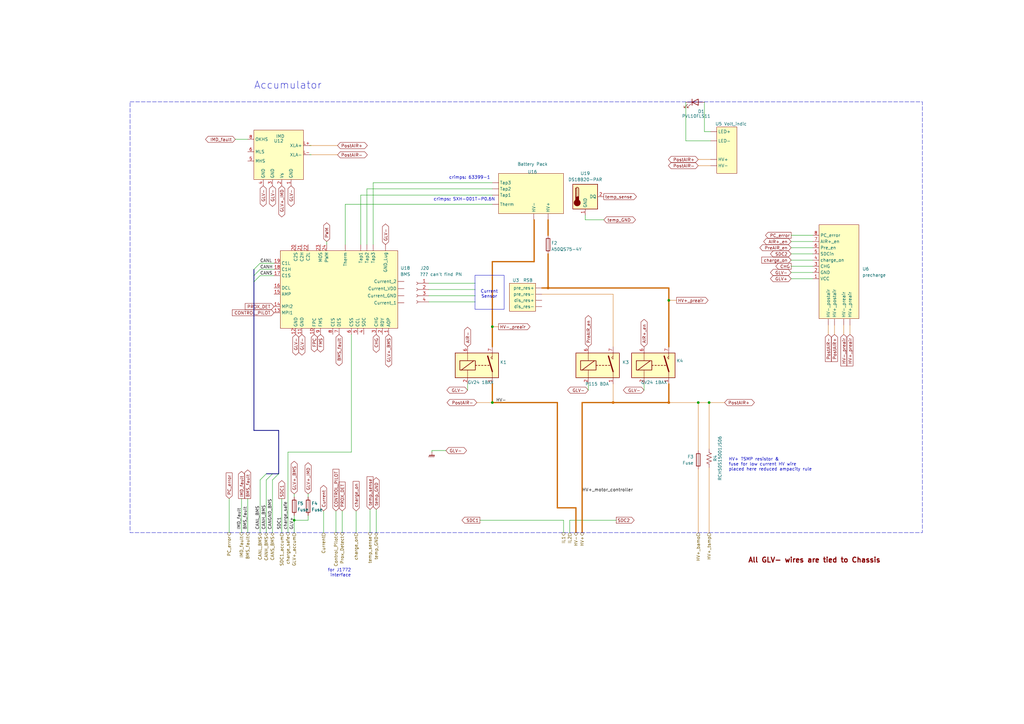
<source format=kicad_sch>
(kicad_sch (version 20231120) (generator "eeschema") (generator_version "8.0")
  (paper "A3")
  (title_block (title "SC FormulaE Electrical System"))
  (lib_symbols
    (symbol "Connector:Conn_01x04_Socket" (pin_names (offset 1.016) hide)
      (property "Reference" "J" (at 0 5.08 0))
      (property "Value" "Conn_01x04_Socket" (at 0 -7.62 0))
      (symbol "Conn_01x04_Socket_1_1"
        (arc (start 0 -4.572) (mid -0.5058 -5.08) (end 0 -5.588) (stroke (width 0.1524)))
        (arc (start 0 -2.032) (mid -0.5058 -2.54) (end 0 -3.048) (stroke (width 0.1524)))
        (polyline (pts (xy -1.27 -5.08) (xy -0.508 -5.08)) (stroke (width 0.1524)))
        (polyline (pts (xy -1.27 -2.54) (xy -0.508 -2.54)) (stroke (width 0.1524)))
        (polyline (pts (xy -1.27 0) (xy -0.508 0)) (stroke (width 0.1524)))
        (polyline (pts (xy -1.27 2.54) (xy -0.508 2.54)) (stroke (width 0.1524)))
        (arc (start 0 0.508) (mid -0.5058 0) (end 0 -0.508) (stroke (width 0.1524)))
        (arc (start 0 3.048) (mid -0.5058 2.54) (end 0 2.032) (stroke (width 0.1524)))
        (pin passive line (at -5.08 2.54 0) (length 3.81) (name "Pin_1") (number "1"))
        (pin passive line (at -5.08 0 0) (length 3.81) (name "Pin_2") (number "2"))
        (pin passive line (at -5.08 -2.54 0) (length 3.81) (name "Pin_3") (number "3"))
        (pin passive line (at -5.08 -5.08 0) (length 3.81) (name "Pin_4") (number "4"))
      )
    )
    (symbol "Device:Fuse" (pin_numbers hide) (pin_names (offset 0))
      (property "Reference" "F" (at 2.032 0 90))
      (property "Value" "Fuse" (at -1.905 0 90))
      (symbol "Fuse_0_1"
        (rectangle (start -0.762 -2.54) (end 0.762 2.54) (stroke (width 0.254)))
        (polyline (pts (xy 0 2.54) (xy 0 -2.54)))
      )
      (symbol "Fuse_1_1"
        (pin passive line (at 0 3.81 270) (length 1.27) (name "~") (number "1"))
        (pin passive line (at 0 -3.81 90) (length 1.27) (name "~") (number "2"))
      )
    )
    (symbol "Device:LED" (pin_numbers hide) (pin_names (offset 1.016) hide)
      (property "Reference" "D" (at 0 2.54 0))
      (property "Value" "LED" (at 0 -2.54 0))
      (symbol "LED_0_1"
        (polyline (pts (xy -1.27 -1.27) (xy -1.27 1.27)) (stroke (width 0.254)))
        (polyline (pts (xy -1.27 0) (xy 1.27 0)))
        (polyline (pts (xy 1.27 -1.27) (xy 1.27 1.27) (xy -1.27 0) (xy 1.27 -1.27)) (stroke (width 0.254)))
        (polyline (pts (xy -3.048 -0.762) (xy -4.572 -2.286) (xy -3.81 -2.286) (xy -4.572 -2.286) (xy -4.572 -1.524)))
        (polyline (pts (xy -1.778 -0.762) (xy -3.302 -2.286) (xy -2.54 -2.286) (xy -3.302 -2.286) (xy -3.302 -1.524)))
      )
      (symbol "LED_1_1"
        (pin passive line (at -3.81 0 0) (length 2.54) (name "K") (number "1"))
        (pin passive line (at 3.81 0 180) (length 2.54) (name "A") (number "2"))
      )
    )
    (symbol "Device:R_US" (pin_numbers hide) (pin_names (offset 0))
      (property "Reference" "R" (at 2.54 0 90))
      (property "Value" "R_US" (at -2.54 0 90))
      (symbol "R_US_0_1"
        (polyline (pts (xy 0 -2.286) (xy 0 -2.54)))
        (polyline (pts (xy 0 2.286) (xy 0 2.54)))
        (polyline (pts (xy 0 -0.762) (xy 1.016 -1.143) (xy 0 -1.524) (xy -1.016 -1.905) (xy 0 -2.286)))
        (polyline (pts (xy 0 0.762) (xy 1.016 0.381) (xy 0 0) (xy -1.016 -0.381) (xy 0 -0.762)))
        (polyline (pts (xy 0 2.286) (xy 1.016 1.905) (xy 0 1.524) (xy -1.016 1.143) (xy 0 0.762)))
      )
      (symbol "R_US_1_1"
        (pin passive line (at 0 3.81 270) (length 1.27) (name "~") (number "1"))
        (pin passive line (at 0 -3.81 90) (length 1.27) (name "~") (number "2"))
      )
    )
    (symbol "FSAE:BMS"
      (property "Reference" "U" (at 19.05 0.762 0))
      (property "Value" "BMS" (at 19.05 -3.048 0))
      (symbol "BMS_0_1"
        (rectangle (start -16.383 50.038) (end 15.367 1.778) (fill (type background)))
      )
      (symbol "BMS_1_1"
        (pin input line (at -5.969 -0.762 90) (length 2.54) (name "Current_1") (number ""))
        (pin input line (at 2.794 -0.762 90) (length 2.54) (name "Current_2") (number ""))
        (pin input line (at -3.048 -0.762 90) (length 2.54) (name "Current_GND") (number ""))
        (pin input line (at -0.127 -0.762 90) (length 2.54) (name "Current_VDD") (number ""))
        (pin bidirectional line (at 17.907 6.858 180) (length 2.54) (name "GND_Lug") (number ""))
        (pin bidirectional line (at 17.907 17.018 180) (length 2.54) (name "Tap1") (number ""))
        (pin bidirectional line (at 17.907 14.478 180) (length 2.54) (name "Tap2") (number ""))
        (pin bidirectional line (at 17.907 11.938 180) (length 2.54) (name "Tap3") (number ""))
        (pin bidirectional line (at 17.907 23.368 180) (length 2.54) (name "Therm") (number ""))
        (pin power_in line (at -18.923 5.588 0) (length 2.54) (name "AOP") (number "1"))
        (pin input line (at -18.923 36.068 0) (length 2.54) (name "FPC") (number "10"))
        (pin bidirectional line (at -18.923 41.148 0) (length 2.54) (name "GND") (number "11"))
        (pin bidirectional line (at -18.923 43.688 0) (length 2.54) (name "GND") (number "12"))
        (pin input line (at -10.033 52.578 270) (length 2.54) (name "MPI1") (number "13"))
        (pin input line (at -7.493 52.578 270) (length 2.54) (name "MPI2") (number "14"))
        (pin output line (at -2.413 52.578 270) (length 2.54) (name "AMP") (number "15"))
        (pin output line (at 0.127 52.578 270) (length 2.54) (name "DCL") (number "16"))
        (pin bidirectional line (at 5.207 52.578 270) (length 2.54) (name "C1S") (number "17"))
        (pin bidirectional line (at 7.747 52.578 270) (length 2.54) (name "C1H") (number "18"))
        (pin bidirectional line (at 10.287 52.578 270) (length 2.54) (name "C1L") (number "19"))
        (pin power_in line (at -18.923 8.128 0) (length 2.54) (name "RDY") (number "2"))
        (pin bidirectional line (at 17.907 43.688 180) (length 2.54) (name "C2S") (number "20"))
        (pin bidirectional line (at 17.907 41.148 180) (length 2.54) (name "C2H") (number "21"))
        (pin bidirectional line (at 17.907 38.608 180) (length 2.54) (name "C2L") (number "22"))
        (pin output line (at 17.907 33.528 180) (length 2.54) (name "MOS") (number "23"))
        (pin output line (at 17.907 30.988 180) (length 2.54) (name "PWM") (number "24"))
        (pin power_in line (at -18.923 10.668 0) (length 2.54) (name "CHG") (number "3"))
        (pin output line (at -18.923 15.748 0) (length 2.54) (name "SOC") (number "4"))
        (pin output line (at -18.923 18.288 0) (length 2.54) (name "CCL") (number "5"))
        (pin output line (at -18.923 20.828 0) (length 2.54) (name "CSS") (number "6"))
        (pin output line (at -18.923 25.908 0) (length 2.54) (name "DES") (number "7"))
        (pin output line (at -18.923 28.448 0) (length 2.54) (name "CES") (number "8"))
        (pin input line (at -18.923 33.528 0) (length 2.54) (name "FMS") (number "9"))
      )
    )
    (symbol "FSAE:Battery"
      (property "Reference" "U4" (at -13.97 12.7 0))
      (property "Value" "Battery" (at -16.51 15.24 0))
      (symbol "Battery_0_1"
        (rectangle (start -12.7 20.32) (end 13.97 3.81) (fill (type background)))
      )
      (symbol "Battery_1_1"
        (pin bidirectional line (at -6.35 22.86 270) (length 2.54) (name "HV+") (number ""))
        (pin bidirectional line (at -0.508 22.86 270) (length 2.54) (name "HV-") (number ""))
        (pin bidirectional line (at 16.51 12.7 180) (length 2.54) (name "Tap1") (number ""))
        (pin bidirectional line (at 16.51 10.16 180) (length 2.54) (name "Tap2") (number ""))
        (pin bidirectional line (at 16.51 7.62 180) (length 2.54) (name "Tap3") (number ""))
        (pin bidirectional line (at 16.51 16.51 180) (length 2.54) (name "Therm") (number ""))
      )
    )
    (symbol "FSAE:IMD"
      (property "Reference" "U" (at 0 0 0))
      (symbol "IMD_0_1"
        (rectangle (start -8.89 22.86) (end 11.43 2.54) (fill (type background)))
      )
      (symbol "IMD_1_1"
        (pin bidirectional line (at -3.81 25.4 270) (length 2.54) (name "GND") (number "1"))
        (pin power_in line (at 0 25.4 270) (length 2.54) (name "Vs") (number "2"))
        (pin bidirectional line (at 3.81 25.4 270) (length 2.54) (name "GND") (number "3"))
        (pin bidirectional line (at 7.62 25.4 270) (length 2.54) (name "GND") (number "4"))
        (pin output line (at 13.97 15.24 180) (length 2.54) (name "MHS") (number "5"))
        (pin output line (at 13.97 11.43 180) (length 2.54) (name "MLS") (number "6"))
        (pin output line (at 13.97 6.35 180) (length 2.54) (name "OKHS") (number "8"))
        (pin input line (at -11.43 8.89 0) (length 2.54) (name "XLA+") (number "L+"))
        (pin input line (at -11.43 12.7 0) (length 2.54) (name "XLA-") (number "L-"))
      )
    )
    (symbol "Precharge_1"
      (property "Reference" "U6" (at 9.8424 13.335 90))
      (property "Value" "precharge" (at 12.3824 13.335 90))
      (symbol "Precharge_1_1_1"
        (rectangle (start -8.255 11.938) (end 30.226 -4.445) (fill (type background)))
        (pin input line (at 32.893 1.905 180) (length 2.54) (name "HV+_postair") (number ""))
        (pin input line (at 32.893 8.255 180) (length 2.54) (name "HV+_preair") (number ""))
        (pin input line (at 32.893 -0.635 180) (length 2.54) (name "HV-_postair") (number ""))
        (pin input line (at 32.893 5.715 180) (length 2.54) (name "HV-_preair") (number ""))
        (pin power_in line (at 13.843 -6.985 90) (length 2.54) (name "VCC") (number "1"))
        (pin power_in line (at 11.303 -6.985 90) (length 2.54) (name "GND") (number "2"))
        (pin output line (at 8.763 -6.985 90) (length 2.54) (name "CHG") (number "3"))
        (pin input line (at 6.223 -6.985 90) (length 2.54) (name "charge_on") (number "4"))
        (pin input line (at 3.683 -6.985 90) (length 2.54) (name "SDCin") (number "5"))
        (pin output line (at 1.143 -6.985 90) (length 2.54) (name "Pre_en") (number "6"))
        (pin output line (at -1.397 -6.985 90) (length 2.54) (name "AIR+_en") (number "7"))
        (pin output line (at -3.937 -6.985 90) (length 2.54) (name "PC_error") (number "8"))
      )
    )
    (symbol "Random:RSB"
      (property "Reference" "U5" (at -5.715 6.985 0))
      (property "Value" "RSB" (at 0.635 6.985 0))
      (symbol "RSB_1_1"
        (rectangle (start -6.985 5.715) (end 3.81 -5.715) (fill (type background)))
        (pin input line (at 6.35 -1.27 180) (length 2.54) (name "dis_res+") (number ""))
        (pin input line (at 6.35 -3.81 180) (length 2.54) (name "dis_res-") (number ""))
        (pin input line (at 6.35 3.81 180) (length 2.54) (name "pre_res+") (number ""))
        (pin input line (at 6.35 1.27 180) (length 2.54) (name "pre_res-") (number ""))
      )
    )
    (symbol "Random:Volt_indic"
      (property "Reference" "U5" (at -11.43 -4.445 90))
      (property "Value" "Volt_indic" (at -11.43 3.81 90))
      (symbol "Volt_indic_1_1"
        (rectangle (start -10.16 4.445) (end 8.89 -3.81) (fill (type background)))
        (pin power_in line (at 3.175 -6.35 90) (length 2.54) (name "HV+") (number ""))
        (pin power_in line (at 5.715 -6.35 90) (length 2.54) (name "HV-") (number ""))
        (pin output line (at -8.255 -6.35 90) (length 2.54) (name "LED+") (number ""))
        (pin output line (at -4.445 -6.35 90) (length 2.54) (name "LED-") (number ""))
      )
    )
    (symbol "Relay:DIPxx-1Axx-11x"
      (property "Reference" "K" (at 8.89 3.81 0))
      (property "Value" "DIPxx-1Axx-11x" (at 8.89 1.27 0))
      (symbol "DIPxx-1Axx-11x_0_0"
        (polyline (pts (xy 5.08 5.08) (xy 5.08 2.54) (xy 4.445 3.175) (xy 5.08 3.81)))
      )
      (symbol "DIPxx-1Axx-11x_0_1"
        (rectangle (start -10.16 5.08) (end 7.62 -5.08) (stroke (width 0.254)) (fill (type background)))
        (rectangle (start -8.255 1.905) (end -1.905 -1.905) (stroke (width 0.254)))
        (polyline (pts (xy -7.62 -1.905) (xy -2.54 1.905)) (stroke (width 0.254)))
        (polyline (pts (xy -5.08 -5.08) (xy -5.08 -1.905)))
        (polyline (pts (xy -5.08 5.08) (xy -5.08 1.905)))
        (polyline (pts (xy -1.905 0) (xy -1.27 0)) (stroke (width 0.254)))
        (polyline (pts (xy -0.635 0) (xy 0 0)) (stroke (width 0.254)))
        (polyline (pts (xy 0.635 0) (xy 1.27 0)) (stroke (width 0.254)))
        (polyline (pts (xy 1.905 0) (xy 2.54 0)) (stroke (width 0.254)))
        (polyline (pts (xy 3.175 0) (xy 3.81 0)) (stroke (width 0.254)))
        (polyline (pts (xy 5.08 -2.54) (xy 3.175 3.81)) (stroke (width 0.508)))
        (polyline (pts (xy 5.08 -2.54) (xy 5.08 -5.08)))
      )
      (symbol "DIPxx-1Axx-11x_1_1"
        (pin passive line (at 5.08 -7.62 90) (length 2.54) (name "~") (number "1"))
        (pin passive line (at 5.08 -7.62 90) (length 2.54) hide (name "~") (number "14"))
        (pin passive line (at -5.08 -7.62 90) (length 2.54) (name "~") (number "2"))
        (pin passive line (at -5.08 7.62 270) (length 2.54) (name "~") (number "6"))
        (pin passive line (at 5.08 7.62 270) (length 2.54) (name "~") (number "7"))
        (pin passive line (at 5.08 7.62 270) (length 2.54) hide (name "~") (number "8"))
      )
    )
    (symbol "Sensor_Temperature:DS18B20-PAR"
      (property "Reference" "U" (at -3.81 6.35 0))
      (property "Value" "DS18B20-PAR" (at 7.62 6.35 0))
      (symbol "DS18B20-PAR_0_1"
        (rectangle (start -5.08 5.08) (end 5.08 -5.08) (stroke (width 0.254)) (fill (type background)))
        (circle (center -3.302 -2.54) (radius 1.27) (stroke (width 0.254)) (fill (type outline)))
        (rectangle (start -2.667 -1.905) (end -3.937 0) (stroke (width 0.254)) (fill (type outline)))
        (arc (start -2.667 3.175) (mid -3.302 3.8073) (end -3.937 3.175) (stroke (width 0.254)))
        (polyline (pts (xy -3.937 0.635) (xy -3.302 0.635)) (stroke (width 0.254)))
        (polyline (pts (xy -3.937 1.27) (xy -3.302 1.27)) (stroke (width 0.254)))
        (polyline (pts (xy -3.937 1.905) (xy -3.302 1.905)) (stroke (width 0.254)))
        (polyline (pts (xy -3.937 2.54) (xy -3.302 2.54)) (stroke (width 0.254)))
        (polyline (pts (xy -3.937 3.175) (xy -3.937 0)) (stroke (width 0.254)))
        (polyline (pts (xy -3.937 3.175) (xy -3.302 3.175)) (stroke (width 0.254)))
        (polyline (pts (xy -2.667 3.175) (xy -2.667 0)) (stroke (width 0.254)))
      )
      (symbol "DS18B20-PAR_1_1"
        (pin power_in line (at 0 -7.62 90) (length 2.54) (name "GND") (number "1"))
        (pin bidirectional line (at 7.62 0 180) (length 2.54) (name "DQ") (number "2"))
        (pin no_connect line (at 5.08 2.54 180) (length 2.54) hide (name "NC") (number "3"))
      )
    )
    (symbol "power:GNDPWR" (power) (pin_numbers hide) (pin_names (offset 0) hide)
      (property "Value" "GNDPWR" (at 0 -3.302 0))
      (symbol "GNDPWR_0_1"
        (polyline (pts (xy 0 -1.27) (xy 0 0)))
        (polyline (pts (xy -1.016 -1.27) (xy -1.27 -2.032) (xy -1.27 -2.032)) (stroke (width 0.2032)))
        (polyline (pts (xy -0.508 -1.27) (xy -0.762 -2.032) (xy -0.762 -2.032)) (stroke (width 0.2032)))
        (polyline (pts (xy 0 -1.27) (xy -0.254 -2.032) (xy -0.254 -2.032)) (stroke (width 0.2032)))
        (polyline (pts (xy 0.508 -1.27) (xy 0.254 -2.032) (xy 0.254 -2.032)) (stroke (width 0.2032)))
        (polyline (pts (xy 1.016 -1.27) (xy -1.016 -1.27) (xy -1.016 -1.27)) (stroke (width 0.2032)))
        (polyline (pts (xy 1.016 -1.27) (xy 0.762 -2.032) (xy 0.762 -2.032) (xy 0.762 -2.032)) (stroke (width 0.2032)))
      )
      (symbol "GNDPWR_1_1"
        (pin power_in line (at 0 0 270) (length 0) (name "~") (number "1"))
      )
    )
  )
  (junction (at 274.32 123.19))
  (junction (at 286.385 165.1))
  (junction (at 201.93 165.1))
  (junction (at 290.83 165.1))
  (junction (at 274.32 165.1) (color 204 102 0 1))
  (junction (at 201.93 133.985))
  (junction (at 224.79 118.11) (color 204 102 0 1))
  (junction (at 120.65 213.36))
  (junction (at 251.46 165.1) (color 204 102 0 1))
  (bus_entry (at 106.68 113.03) (size -2.54 2.54))
  (bus_entry (at 109.22 194.31) (size -2.54 2.54))
  (bus_entry (at 106.68 110.49) (size -2.54 2.54))
  (bus_entry (at 106.68 107.95) (size -2.54 2.54))
  (bus_entry (at 111.76 196.85) (size 2.54 -2.54))
  (bus_entry (at 111.76 194.31) (size -2.54 2.54))
  (wire (pts (xy 153.035 74.93) (xy 201.93 74.93)))
  (wire (pts (xy 141.605 83.82) (xy 141.605 100.33)))
  (wire (pts (xy 120.65 213.36) (xy 120.65 218.44)))
  (wire (pts (xy 224.79 90.17) (xy 224.79 96.52)) (stroke (width 0.508) (color 204 102 0 1)))
  (wire (pts (xy 106.68 196.85) (xy 106.68 218.44)))
  (wire (pts (xy 274.32 165.1) (xy 286.385 165.1)) (stroke (width 0) (color 204 102 0 1)))
  (wire (pts (xy 109.22 196.85) (xy 109.22 218.44)))
  (wire (pts (xy 251.46 165.1) (xy 274.32 165.1)) (stroke (width 0.508) (color 204 102 0 1)))
  (wire (pts (xy 286.385 65.405) (xy 291.465 65.405)) (stroke (width 0) (color 204 102 0 1)))
  (wire (pts (xy 274.32 123.19) (xy 274.32 118.11)) (stroke (width 0.508) (color 204 102 0 1)))
  (wire (pts (xy 324.485 104.14) (xy 333.375 104.14)))
  (wire (pts (xy 96.52 57.15) (xy 101.6 57.15)))
  (wire (pts (xy 150.495 77.47) (xy 201.93 77.47)))
  (wire (pts (xy 204.47 133.985) (xy 201.93 133.985)) (stroke (width 0) (color 204 102 0 1)))
  (wire (pts (xy 224.79 118.11) (xy 274.32 118.11)) (stroke (width 0.508) (color 204 102 0 1)))
  (wire (pts (xy 101.6 204.47) (xy 101.6 218.44)))
  (wire (pts (xy 324.485 111.76) (xy 333.375 111.76)))
  (wire (pts (xy 247.65 90.17) (xy 240.03 90.17)))
  (wire (pts (xy 127 63.5) (xy 138.43 63.5)) (stroke (width 0) (color 204 102 0 1)))
  (wire (pts (xy 324.485 96.52) (xy 333.375 96.52)))
  (wire (pts (xy 346.075 133.35) (xy 346.075 137.16)) (stroke (width 0) (color 204 102 0 1)))
  (wire (pts (xy 228.6 165.1) (xy 228.6 208.28)) (stroke (width 0.508) (color 204 102 0 1)))
  (bus (pts (xy 109.22 194.31) (xy 111.76 194.31)))
  (wire (pts (xy 236.22 208.28) (xy 228.6 208.28)) (stroke (width 0.508) (color 204 102 0 1)))
  (wire (pts (xy 111.76 196.85) (xy 111.76 218.44)))
  (wire (pts (xy 144.145 137.16) (xy 144.145 185.42)))
  (wire (pts (xy 224.79 104.14) (xy 224.79 118.11)) (stroke (width 0.508) (color 204 102 0 1)))
  (wire (pts (xy 324.485 106.68) (xy 333.375 106.68)))
  (wire (pts (xy 153.035 100.33) (xy 153.035 74.93)))
  (wire (pts (xy 154.305 208.915) (xy 154.305 218.44)))
  (wire (pts (xy 201.93 133.985) (xy 201.93 142.24)) (stroke (width 0.508) (color 204 102 0 1)))
  (bus (pts (xy 114.3 176.53) (xy 104.14 176.53)))
  (bus (pts (xy 104.14 115.57) (xy 104.14 176.53)))
  (wire (pts (xy 324.485 114.3) (xy 333.375 114.3)))
  (wire (pts (xy 118.11 185.42) (xy 118.11 218.44)))
  (wire (pts (xy 144.145 185.42) (xy 118.11 185.42)))
  (wire (pts (xy 147.955 80.01) (xy 201.93 80.01)))
  (wire (pts (xy 339.725 133.35) (xy 339.725 137.16)) (stroke (width 0) (color 204 102 0 1)))
  (wire (pts (xy 233.68 213.36) (xy 252.73 213.36)))
  (wire (pts (xy 251.46 165.1) (xy 251.46 157.48)) (stroke (width 0) (color 204 102 0 1)))
  (wire (pts (xy 274.32 142.24) (xy 274.32 123.19)) (stroke (width 0.508) (color 204 102 0 1)))
  (wire (pts (xy 151.765 208.915) (xy 151.765 218.44)))
  (wire (pts (xy 281.305 57.785) (xy 291.465 57.785)))
  (wire (pts (xy 120.65 211.455) (xy 120.65 213.36)))
  (wire (pts (xy 286.385 165.1) (xy 290.83 165.1)) (stroke (width 0) (color 204 102 0 1)))
  (wire (pts (xy 140.335 209.55) (xy 140.335 218.44)))
  (wire (pts (xy 106.68 113.03) (xy 112.395 113.03)))
  (wire (pts (xy 120.65 202.565) (xy 120.65 203.835)))
  (bus (pts (xy 104.14 113.03) (xy 104.14 115.57)))
  (wire (pts (xy 201.93 107.315) (xy 219.075 107.315)) (stroke (width 0.508) (color 204 102 0 1)))
  (wire (pts (xy 177.165 185.42) (xy 177.165 184.785)))
  (wire (pts (xy 290.83 165.1) (xy 297.18 165.1)) (stroke (width 0) (color 204 102 0 1)))
  (wire (pts (xy 126.365 211.455) (xy 126.365 213.36)))
  (wire (pts (xy 195.58 165.1) (xy 201.93 165.1)) (stroke (width 0) (color 204 102 0 1)))
  (wire (pts (xy 146.05 209.55) (xy 146.05 218.44)))
  (wire (pts (xy 274.32 157.48) (xy 274.32 165.1)) (stroke (width 0.508) (color 204 102 0 1)))
  (bus (pts (xy 104.14 110.49) (xy 104.14 113.03)))
  (wire (pts (xy 290.83 191.77) (xy 290.83 218.44)) (stroke (width 0) (color 204 102 0 1)))
  (wire (pts (xy 222.25 120.65) (xy 251.46 120.65)) (stroke (width 0) (color 204 102 0 1)))
  (wire (pts (xy 231.14 213.36) (xy 231.14 218.44)))
  (wire (pts (xy 137.795 209.55) (xy 137.795 218.44)))
  (wire (pts (xy 175.895 123.825) (xy 194.945 123.825)))
  (wire (pts (xy 191.77 157.48) (xy 191.77 160.02)))
  (wire (pts (xy 127 59.69) (xy 127.635 59.69)))
  (wire (pts (xy 93.98 204.47) (xy 93.98 218.44)))
  (wire (pts (xy 222.25 118.11) (xy 224.79 118.11)) (stroke (width 0.508) (color 204 102 0 1)))
  (wire (pts (xy 348.615 133.35) (xy 348.615 137.16)) (stroke (width 0) (color 204 102 0 1)))
  (wire (pts (xy 288.925 53.975) (xy 291.465 53.975)))
  (wire (pts (xy 288.925 41.91) (xy 288.925 53.975)))
  (wire (pts (xy 277.495 123.19) (xy 274.32 123.19)) (stroke (width 0) (color 204 102 0 1)))
  (wire (pts (xy 133.985 99.06) (xy 133.985 100.33)))
  (wire (pts (xy 241.3 160.02) (xy 241.3 157.48)))
  (wire (pts (xy 286.385 165.1) (xy 286.385 184.785)) (stroke (width 0) (color 204 102 0 1)))
  (wire (pts (xy 196.85 213.36) (xy 231.14 213.36)))
  (bus (pts (xy 111.76 194.31) (xy 114.3 194.31)))
  (wire (pts (xy 264.16 157.48) (xy 264.16 160.02)))
  (bus (pts (xy 114.3 194.31) (xy 114.3 176.53)))
  (wire (pts (xy 175.895 121.285) (xy 194.945 121.285)))
  (wire (pts (xy 324.485 101.6) (xy 333.375 101.6)))
  (wire (pts (xy 147.955 100.33) (xy 147.955 80.01)))
  (wire (pts (xy 175.895 116.205) (xy 194.945 116.205)))
  (wire (pts (xy 286.385 192.405) (xy 286.385 218.44)) (stroke (width 0) (color 204 102 0 1)))
  (wire (pts (xy 201.93 107.315) (xy 201.93 133.985)) (stroke (width 0.508) (color 204 102 0 1)))
  (wire (pts (xy 236.22 208.28) (xy 236.22 218.44)) (stroke (width 0.508) (color 204 102 0 1)))
  (wire (pts (xy 106.68 107.95) (xy 112.395 107.95)))
  (wire (pts (xy 240.03 90.17) (xy 240.03 88.265)))
  (wire (pts (xy 219.075 90.17) (xy 219.075 107.315)) (stroke (width 0.508) (color 204 102 0 1)))
  (wire (pts (xy 126.365 213.36) (xy 120.65 213.36)))
  (wire (pts (xy 175.895 118.745) (xy 194.945 118.745)))
  (wire (pts (xy 126.365 202.565) (xy 126.365 203.835)))
  (wire (pts (xy 115.57 204.47) (xy 115.57 218.44)))
  (wire (pts (xy 201.93 165.1) (xy 228.6 165.1)) (stroke (width 0.508) (color 204 102 0 1)))
  (wire (pts (xy 238.76 165.1) (xy 251.46 165.1)) (stroke (width 0.508) (color 204 102 0 1)))
  (wire (pts (xy 127 63.5) (xy 127.635 63.5)))
  (wire (pts (xy 324.485 109.22) (xy 333.375 109.22)))
  (wire (pts (xy 132.715 209.55) (xy 132.715 218.44)))
  (wire (pts (xy 150.495 77.47) (xy 150.495 100.33)))
  (wire (pts (xy 324.485 99.06) (xy 333.375 99.06)))
  (wire (pts (xy 233.68 213.36) (xy 233.68 218.44)))
  (wire (pts (xy 201.93 157.48) (xy 201.93 165.1)) (stroke (width 0.508) (color 204 102 0 1)))
  (wire (pts (xy 99.06 204.47) (xy 99.06 218.44)))
  (wire (pts (xy 177.165 184.785) (xy 182.88 184.785)))
  (wire (pts (xy 238.76 165.1) (xy 238.76 218.44)) (stroke (width 0.508) (color 204 102 0 1)))
  (wire (pts (xy 127 59.69) (xy 138.43 59.69)) (stroke (width 0) (color 204 102 0 1)))
  (wire (pts (xy 290.83 165.1) (xy 290.83 184.15)) (stroke (width 0) (color 204 102 0 1)))
  (wire (pts (xy 286.385 67.945) (xy 291.465 67.945)) (stroke (width 0) (color 204 102 0 1)))
  (wire (pts (xy 342.265 133.35) (xy 342.265 137.16)) (stroke (width 0) (color 204 102 0 1)))
  (wire (pts (xy 281.305 57.785) (xy 281.305 41.91)))
  (wire (pts (xy 251.46 120.65) (xy 251.46 142.24)) (stroke (width 0) (color 204 102 0 1)))
  (wire (pts (xy 106.68 110.49) (xy 112.395 110.49)))
  (wire (pts (xy 141.605 83.82) (xy 201.93 83.82)))
  (rectangle (start 53.34 41.783) (end 378.333 218.44) (stroke (width 0) (type dash)))
  (rectangle (start 194.818 112.903) (end 206.756 126.873))
  (text "All GLV- wires are tied to Chassis" (at 334.01 229.87 0) (effects (font (size 2.032 2.032) (thickness 0.4064) (bold yes))))
  (text "HV+ TSMP resistor &\nfuse for low current HV wire\nplaced here reduced ampacity rule" (at 298.831 190.5 0) (effects (font (size 1.27 1.27)) (justify left)))
  (text "crimps: 63399-1" (at 184.15 73.66 0) (effects (font (size 1.27 1.27)) (justify left bottom)))
  (text "for J1772 \ninterface" (at 139.7 234.95 0) (effects (font (size 1.27 1.27))))
  (text "Accumulator\n" (at 104.14 36.83 0) (effects (font (size 3 3)) (justify left bottom)))
  (text "Current\nSensor" (at 200.66 120.65 0) (effects (font (size 1.27 1.27))))
  (text "crimps: SXH-001T-P0.6N\n" (at 177.8 82.55 0) (effects (font (size 1.27 1.27)) (justify left bottom)))
  (label "BMS_fault" (at 101.6 217.17 90))
  (label "GLV+" (at 120.65 217.17 90))
  (label "HV-" (at 207.645 165.1 180))
  (label "SDC1" (at 115.57 217.17 90))
  (label "IMD_fault" (at 99.06 217.17 90))
  (label "CANH" (at 106.68 110.49 0))
  (label "CANL_BMS" (at 106.68 217.17 90))
  (label "CANH_BMS" (at 109.22 217.17 90))
  (label "HV+_motor_controller" (at 238.76 201.93 0))
  (label "charge_safe" (at 118.11 217.17 90))
  (label "CANL" (at 106.68 107.95 0))
  (label "CANS" (at 106.68 113.03 0))
  (label "CANGND_BMS" (at 111.76 217.17 90))
  (global_label "IMD_fault" (shape output) (at 99.06 204.47 90) (property "Intersheetrefs" "${INTERSHEET_REFS}" (effects (hide yes))))
  (global_label "PWM" (shape bidirectional) (at 133.985 99.06 90) (property "Intersheetrefs" "${INTERSHEET_REFS}" (effects (hide yes))))
  (global_label "PostAIR-" (shape bidirectional) (at 195.58 165.1 180) (property "Intersheetrefs" "${INTERSHEET_REFS}" (effects (hide yes))))
  (global_label "CHG" (shape bidirectional) (at 154.305 137.16 270) (property "Intersheetrefs" "${INTERSHEET_REFS}" (effects (hide yes))))
  (global_label "GLV-" (shape bidirectional) (at 119.38 76.2 270) (property "Intersheetrefs" "${INTERSHEET_REFS}" (effects (hide yes))))
  (global_label "charge_on" (shape input) (at 324.485 106.68 180) (property "Intersheetrefs" "${INTERSHEET_REFS}" (effects (hide yes))))
  (global_label "CONTROL_PILOT" (shape input) (at 112.395 128.27 180) (property "Intersheetrefs" "${INTERSHEET_REFS}" (effects (hide yes))))
  (global_label "SDC2" (shape output) (at 252.73 213.36 0) (property "Intersheetrefs" "${INTERSHEET_REFS}" (effects (hide yes))))
  (global_label "PC_error" (shape output) (at 324.485 96.52 180) (property "Intersheetrefs" "${INTERSHEET_REFS}" (effects (hide yes))))
  (global_label "HV+_preair" (shape input) (at 348.615 137.16 270) (property "Intersheetrefs" "${INTERSHEET_REFS}" (effects (hide yes))))
  (global_label "SDC1" (shape output) (at 196.85 213.36 180) (property "Intersheetrefs" "${INTERSHEET_REFS}" (effects (hide yes))))
  (global_label "GLV-" (shape bidirectional) (at 191.77 160.02 180) (property "Intersheetrefs" "${INTERSHEET_REFS}" (effects (hide yes))))
  (global_label "temp_sense" (shape input) (at 151.765 208.915 90) (property "Intersheetrefs" "${INTERSHEET_REFS}" (effects (hide yes))))
  (global_label "SDC2" (shape bidirectional) (at 324.485 104.14 180) (property "Intersheetrefs" "${INTERSHEET_REFS}" (effects (hide yes))))
  (global_label "PostAIR+" (shape input) (at 342.265 137.16 270) (property "Intersheetrefs" "${INTERSHEET_REFS}" (effects (hide yes))))
  (global_label "PROX_DET" (shape input) (at 140.335 209.55 90) (property "Intersheetrefs" "${INTERSHEET_REFS}" (effects (hide yes))))
  (global_label "PostAIR-" (shape bidirectional) (at 138.43 63.5 0) (property "Intersheetrefs" "${INTERSHEET_REFS}" (effects (hide yes))))
  (global_label "FMS" (shape bidirectional) (at 131.445 137.16 270) (property "Intersheetrefs" "${INTERSHEET_REFS}" (effects (hide yes))))
  (global_label "GLV-" (shape bidirectional) (at 158.115 100.33 90) (property "Intersheetrefs" "${INTERSHEET_REFS}" (effects (hide yes))))
  (global_label "GLV-" (shape bidirectional) (at 324.485 111.76 180) (property "Intersheetrefs" "${INTERSHEET_REFS}" (effects (hide yes))))
  (global_label "AIR+_en" (shape bidirectional) (at 324.485 99.06 180) (property "Intersheetrefs" "${INTERSHEET_REFS}" (effects (hide yes))))
  (global_label "GLV-" (shape bidirectional) (at 123.825 137.16 270) (property "Intersheetrefs" "${INTERSHEET_REFS}" (effects (hide yes))))
  (global_label "PostAIR+" (shape bidirectional) (at 297.18 165.1 0) (property "Intersheetrefs" "${INTERSHEET_REFS}" (effects (hide yes))))
  (global_label "PROX_DET" (shape input) (at 112.395 125.73 180) (property "Intersheetrefs" "${INTERSHEET_REFS}" (effects (hide yes))))
  (global_label "HV-_preair" (shape output) (at 204.47 133.985 0) (property "Intersheetrefs" "${INTERSHEET_REFS}" (effects (hide yes))))
  (global_label "AIR-" (shape bidirectional) (at 191.77 142.24 90) (property "Intersheetrefs" "${INTERSHEET_REFS}" (effects (hide yes))))
  (global_label "CHG" (shape output) (at 324.485 109.22 180) (property "Intersheetrefs" "${INTERSHEET_REFS}" (effects (hide yes))))
  (global_label "charge_on" (shape input) (at 146.05 209.55 90) (property "Intersheetrefs" "${INTERSHEET_REFS}" (effects (hide yes))))
  (global_label "GLV-" (shape bidirectional) (at 107.95 76.2 270) (property "Intersheetrefs" "${INTERSHEET_REFS}" (effects (hide yes))))
  (global_label "SDC1" (shape output) (at 115.57 204.47 90) (property "Intersheetrefs" "${INTERSHEET_REFS}" (effects (hide yes))))
  (global_label "FPC" (shape bidirectional) (at 128.905 137.16 270) (property "Intersheetrefs" "${INTERSHEET_REFS}" (effects (hide yes))))
  (global_label "GLV-" (shape bidirectional) (at 182.88 184.785 0) (property "Intersheetrefs" "${INTERSHEET_REFS}" (effects (hide yes))))
  (global_label "temp_sense" (shape output) (at 247.65 80.645 0) (property "Intersheetrefs" "${INTERSHEET_REFS}" (effects (hide yes))))
  (global_label "AIR+_en" (shape bidirectional) (at 264.16 142.24 90) (property "Intersheetrefs" "${INTERSHEET_REFS}" (effects (hide yes))))
  (global_label "HV+_preair" (shape output) (at 277.495 123.19 0) (property "Intersheetrefs" "${INTERSHEET_REFS}" (effects (hide yes))))
  (global_label "GLV-" (shape bidirectional) (at 264.16 160.02 180) (property "Intersheetrefs" "${INTERSHEET_REFS}" (effects (hide yes))))
  (global_label "PC_error" (shape input) (at 93.98 204.47 90) (property "Intersheetrefs" "${INTERSHEET_REFS}" (effects (hide yes))))
  (global_label "GLV-" (shape bidirectional) (at 111.76 76.2 270) (property "Intersheetrefs" "${INTERSHEET_REFS}" (effects (hide yes))))
  (global_label "PostAIR-" (shape bidirectional) (at 286.385 67.945 180) (property "Intersheetrefs" "${INTERSHEET_REFS}" (effects (hide yes))))
  (global_label "GLV+_BMS" (shape bidirectional) (at 120.65 202.565 90) (property "Intersheetrefs" "${INTERSHEET_REFS}" (effects (hide yes))))
  (global_label "temp_GND" (shape bidirectional) (at 247.65 90.17 0) (property "Intersheetrefs" "${INTERSHEET_REFS}" (effects (hide yes))))
  (global_label "PostAIR-" (shape input) (at 339.725 137.16 270) (property "Intersheetrefs" "${INTERSHEET_REFS}" (effects (hide yes))))
  (global_label "CONTROL_PILOT" (shape input) (at 137.795 209.55 90) (property "Intersheetrefs" "${INTERSHEET_REFS}" (effects (hide yes))))
  (global_label "GLV+" (shape bidirectional) (at 324.485 114.3 180) (property "Intersheetrefs" "${INTERSHEET_REFS}" (effects (hide yes))))
  (global_label "PostAIR+" (shape bidirectional) (at 286.385 65.405 180) (property "Intersheetrefs" "${INTERSHEET_REFS}" (effects (hide yes))))
  (global_label "HV-_preair" (shape input) (at 346.075 137.16 270) (property "Intersheetrefs" "${INTERSHEET_REFS}" (effects (hide yes))))
  (global_label "BMS_fault" (shape bidirectional) (at 139.065 137.16 270) (property "Intersheetrefs" "${INTERSHEET_REFS}" (effects (hide yes))))
  (global_label "IMD_fault" (shape bidirectional) (at 96.52 57.15 180) (property "Intersheetrefs" "${INTERSHEET_REFS}" (effects (hide yes))))
  (global_label "temp_GND" (shape bidirectional) (at 154.305 208.915 90) (property "Intersheetrefs" "${INTERSHEET_REFS}" (effects (hide yes))))
  (global_label "GLV-" (shape bidirectional) (at 121.285 137.16 270) (property "Intersheetrefs" "${INTERSHEET_REFS}" (effects (hide yes))))
  (global_label "GLV+_BMS" (shape bidirectional) (at 159.385 137.16 270) (property "Intersheetrefs" "${INTERSHEET_REFS}" (effects (hide yes))))
  (global_label "PreAIR_en" (shape bidirectional) (at 241.3 142.24 90) (property "Intersheetrefs" "${INTERSHEET_REFS}" (effects (hide yes))))
  (global_label "GLV-" (shape bidirectional) (at 241.3 160.02 180) (property "Intersheetrefs" "${INTERSHEET_REFS}" (effects (hide yes))))
  (global_label "GLV+_IMD" (shape bidirectional) (at 115.57 76.2 270) (property "Intersheetrefs" "${INTERSHEET_REFS}" (effects (hide yes))))
  (global_label "PostAIR+" (shape bidirectional) (at 138.43 59.69 0) (property "Intersheetrefs" "${INTERSHEET_REFS}" (effects (hide yes))))
  (global_label "BMS_fault" (shape output) (at 101.6 204.47 90) (property "Intersheetrefs" "${INTERSHEET_REFS}" (effects (hide yes))))
  (global_label "GLV+_IMD" (shape bidirectional) (at 126.365 202.565 90) (property "Intersheetrefs" "${INTERSHEET_REFS}" (effects (hide yes))))
  (global_label "PreAIR_en" (shape bidirectional) (at 324.485 101.6 180) (property "Intersheetrefs" "${INTERSHEET_REFS}" (effects (hide yes))))
  (global_label "Current" (shape bidirectional) (at 132.715 209.55 90) (property "Intersheetrefs" "${INTERSHEET_REFS}" (effects (hide yes))))
  (hierarchical_label "HV+_tsmp" (shape input) (at 290.83 218.44 270))
  (hierarchical_label "HV+_bamo" (shape input) (at 286.385 218.44 270))
  (hierarchical_label "charge_on" (shape input) (at 146.05 218.44 270))
  (hierarchical_label "Control_Pilot" (shape output) (at 137.795 218.44 270))
  (hierarchical_label "CANS_BMS" (shape bidirectional) (at 111.76 218.44 270))
  (hierarchical_label "IMD_fault" (shape output) (at 99.06 218.44 270))
  (hierarchical_label "temp_sense" (shape output) (at 151.765 218.44 270))
  (hierarchical_label "CANH_BMS" (shape bidirectional) (at 109.22 218.44 270))
  (hierarchical_label "Prox_Detect" (shape output) (at 140.335 218.44 270))
  (hierarchical_label "SDC1_accum" (shape input) (at 115.57 218.44 270))
  (hierarchical_label "temp_GND" (shape bidirectional) (at 154.305 218.44 270))
  (hierarchical_label "HV-" (shape output) (at 236.22 218.44 270))
  (hierarchical_label "IL1" (shape output) (at 231.14 218.44 270))
  (hierarchical_label "BMS_fault" (shape output) (at 101.6 218.44 270))
  (hierarchical_label "charge_safe" (shape output) (at 118.11 218.44 270))
  (hierarchical_label "CANL_BMS" (shape bidirectional) (at 106.68 218.44 270))
  (hierarchical_label "HV+" (shape output) (at 238.76 218.44 270))
  (hierarchical_label "IL2" (shape input) (at 233.68 218.44 270))
  (hierarchical_label "PC_error" (shape output) (at 93.98 218.44 270))
  (hierarchical_label "GLV+_accum" (shape input) (at 120.65 218.44 270))
  (hierarchical_label "Current" (shape input) (at 132.715 218.44 270))
  (symbol (lib_id "Relay:DIPxx-1Axx-11x") (at 196.85 149.86 0) (unit 1)
    (property "Reference" "K1" (at 205.105 148.59 0) (effects (justify left)))
    (property "Value" "GV24 1BAX" (at 191.77 156.845 0) (effects (justify left)))
    (property "Footprint" "Relay_THT:Relay_StandexMeder_DIP_LowProfile" (effects (hide yes)))
    (property "Datasheet" "https://www.sensata.com/sites/default/files/a/sensata-gigavac-gv24-sereies-800v-contactors-datasheet.pdf" (effects (hide yes)))
  )
  (symbol (lib_id "Random:RSB") (at 215.9 121.92 0) (unit 1)
    (property "Reference" "U3" (at 210.185 114.935 0) (effects (justify left)))
    (property "Value" "RSB" (at 216.535 114.935 0))
  )
  (symbol (lib_id "power:GNDPWR") (at 177.165 185.42 0) (unit 1)
    (property "Reference" "#PWR07" (effects (hide yes)))
    (property "Value" "GNDPWR" (effects (hide yes)))
    (property "Description" "Power symbol creates a global label with name \"GNDPWR\" , global ground" (effects (hide yes)))
  )
  (symbol (lib_id "Device:Fuse") (at 120.65 207.645 0) (unit 1)
    (property "Reference" "F5" (at 121.92 206.502 0) (effects (justify left)))
    (property "Value" "Fuse" (at 121.92 209.042 0) (effects (justify left)))
    (property "Description" "Fuse" (effects (hide yes)))
  )
  (symbol (lib_id "Device:Fuse") (at 224.79 100.33 0) (unit 1)
    (property "Reference" "F2" (at 226.06 99.695 0) (effects (justify left)))
    (property "Value" "A50QS75-4Y" (at 226.06 102.235 0) (effects (justify left)))
  )
  (symbol (lib_id "Relay:DIPxx-1Axx-11x") (at 246.38 149.86 0) (unit 1)
    (property "Reference" "K3" (at 255.27 148.5899 0) (effects (justify left)))
    (property "Value" "P115 BDA" (at 240.03 157.48 0) (effects (justify left)))
    (property "Footprint" "Relay_THT:Relay_StandexMeder_DIP_LowProfile" (effects (hide yes)))
    (property "Datasheet" "https://www.sensata.com/sites/default/files/a/sensata-gigavac-gv24-sereies-800v-contactors-datasheet.pdf" (effects (hide yes)))
  )
  (symbol (lib_id "Device:LED") (at 285.115 41.91 0) (unit 1)
    (property "Reference" "D1" (at 288.925 45.72 0) (effects (justify right)))
    (property "Value" "PVL10FLS11" (at 291.465 47.625 0) (effects (justify right)))
    (property "Footprint" "LED_THT:LED_D3.0mm" (effects (hide yes)))
  )
  (symbol (lib_id "FSAE:BMS") (at 164.973 118.237 90) (unit 1)
    (property "Reference" "U18" (at 166.243 109.9468 90))
    (property "Value" "BMS" (at 166.243 112.4868 90))
  )
  (symbol (lib_id "Sensor_Temperature:DS18B20-PAR") (at 240.03 80.645 0) (unit 1)
    (property "Reference" "U19" (at 240.03 71.12 0))
    (property "Value" "DS18B20-PAR" (at 240.03 73.66 0))
    (property "Footprint" "Package_TO_SOT_THT:TO-92_Inline" (effects (hide yes)))
    (property "Datasheet" "http://datasheets.maximintegrated.com/en/ds/DS18B20-PAR.pdf" (effects (hide yes)))
    (property "Description" "1-Wire Parasite-Power Digital Thermometer TO-92" (effects (hide yes)))
  )
  (symbol (lib_id "Relay:DIPxx-1Axx-11x") (at 269.24 149.86 0) (unit 1)
    (property "Reference" "K4" (at 277.495 147.955 0) (effects (justify left)))
    (property "Value" "GV24 1BAX" (at 262.89 156.845 0) (effects (justify left)))
    (property "Footprint" "Relay_THT:Relay_StandexMeder_DIP_LowProfile" (effects (hide yes)))
    (property "Datasheet" "https://www.sensata.com/sites/default/files/a/sensata-gigavac-gv24-sereies-800v-contactors-datasheet.pdf" (effects (hide yes)))
  )
  (symbol (lib_id "Device:Fuse") (at 286.385 188.595 0) (unit 1)
    (property "Reference" "F3" (at 284.48 187.3249 0) (effects (justify right)))
    (property "Value" "Fuse" (at 284.48 189.8649 0) (effects (justify right)))
    (property "Description" "Fuse" (effects (hide yes)))
  )
  (symbol (lib_id "FSAE:Battery") (at 218.44 67.31 180) (unit 1)
    (property "Reference" "U16" (at 220.345 70.485 0) (effects (justify left)))
    (property "Value" "Battery Pack" (at 218.44 67.31 0))
  )
  (symbol (lib_id "Random:Volt_indic") (at 297.815 62.23 270) (unit 1)
    (property "Reference" "U5" (at 293.37 50.8 90) (effects (justify left)))
    (property "Value" "Volt_indic" (at 301.625 50.8 90))
  )
  (symbol (lib_id "FSAE:IMD") (at 115.57 50.8 180) (unit 1)
    (property "Reference" "U12" (at 114.3 57.785 0))
    (property "Value" "IMD" (at 114.935 55.88 0))
  )
  (symbol (lib_id "Device:R_US") (at 290.83 187.96 180) (unit 1)
    (property "Reference" "R4" (at 293.37 187.96 90))
    (property "Value" "RCH50S15001JS06" (at 295.275 187.96 90))
  )
  (symbol (lib_id "Connector:Conn_01x04_Socket") (at 170.815 118.745 0) (mirror y) (unit 1)
    (property "Reference" "J20" (at 174.244 109.982 0))
    (property "Value" "??? can't find PN" (at 180.848 112.522 0))
    (property "Description" "Generic connector, single row, 01x04, script generated" (effects (hide yes)))
  )
  (symbol (lib_name "Precharge_1") (lib_id "Random:Precharge") (at 340.36 100.457 270) (unit 1)
    (property "Reference" "U6" (at 353.695 110.2994 90) (effects (justify left)))
    (property "Value" "precharge" (at 353.695 112.8394 90) (effects (justify left)))
  )
  (symbol (lib_id "Device:Fuse") (at 126.365 207.645 0) (unit 1)
    (property "Reference" "F4" (at 127.762 206.502 0) (effects (justify left)))
    (property "Value" "Fuse" (at 127.762 209.042 0) (effects (justify left)))
    (property "Description" "Fuse" (effects (hide yes)))
  )
)
</source>
